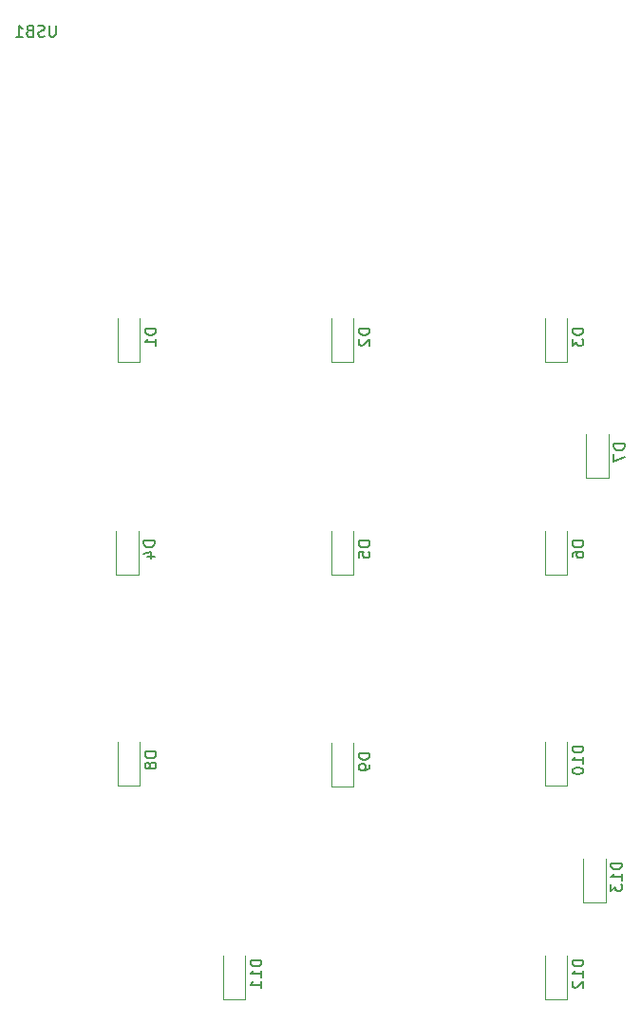
<source format=gbo>
G04 #@! TF.GenerationSoftware,KiCad,Pcbnew,(6.0.5)*
G04 #@! TF.CreationDate,2023-01-08T23:57:36-05:00*
G04 #@! TF.ProjectId,macro-pad-pcb,6d616372-6f2d-4706-9164-2d7063622e6b,rev?*
G04 #@! TF.SameCoordinates,Original*
G04 #@! TF.FileFunction,Legend,Bot*
G04 #@! TF.FilePolarity,Positive*
%FSLAX46Y46*%
G04 Gerber Fmt 4.6, Leading zero omitted, Abs format (unit mm)*
G04 Created by KiCad (PCBNEW (6.0.5)) date 2023-01-08 23:57:36*
%MOMM*%
%LPD*%
G01*
G04 APERTURE LIST*
G04 Aperture macros list*
%AMHorizOval*
0 Thick line with rounded ends*
0 $1 width*
0 $2 $3 position (X,Y) of the first rounded end (center of the circle)*
0 $4 $5 position (X,Y) of the second rounded end (center of the circle)*
0 Add line between two ends*
20,1,$1,$2,$3,$4,$5,0*
0 Add two circle primitives to create the rounded ends*
1,1,$1,$2,$3*
1,1,$1,$4,$5*%
G04 Aperture macros list end*
%ADD10C,0.150000*%
%ADD11C,0.120000*%
%ADD12C,3.987800*%
%ADD13C,1.750000*%
%ADD14C,2.250000*%
%ADD15HorizOval,2.250000X0.655001X0.730000X-0.655001X-0.730000X0*%
%ADD16HorizOval,2.250000X0.020000X0.290000X-0.020000X-0.290000X0*%
%ADD17C,1.905000*%
%ADD18R,1.905000X1.905000*%
%ADD19C,3.048000*%
%ADD20HorizOval,2.250000X-0.730000X0.655001X0.730000X-0.655001X0*%
%ADD21HorizOval,2.250000X-0.290000X0.020000X0.290000X-0.020000X0*%
%ADD22C,2.000000*%
%ADD23C,3.200000*%
%ADD24R,2.000000X2.000000*%
%ADD25R,1.200000X0.900000*%
%ADD26R,0.600000X2.450000*%
%ADD27R,0.300000X2.450000*%
%ADD28C,0.650000*%
G04 APERTURE END LIST*
D10*
G04 #@! TO.C,D13*
X224829380Y-133024714D02*
X223829380Y-133024714D01*
X223829380Y-133262809D01*
X223877000Y-133405666D01*
X223972238Y-133500904D01*
X224067476Y-133548523D01*
X224257952Y-133596142D01*
X224400809Y-133596142D01*
X224591285Y-133548523D01*
X224686523Y-133500904D01*
X224781761Y-133405666D01*
X224829380Y-133262809D01*
X224829380Y-133024714D01*
X224829380Y-134548523D02*
X224829380Y-133977095D01*
X224829380Y-134262809D02*
X223829380Y-134262809D01*
X223972238Y-134167571D01*
X224067476Y-134072333D01*
X224115095Y-133977095D01*
X223829380Y-134881857D02*
X223829380Y-135500904D01*
X224210333Y-135167571D01*
X224210333Y-135310428D01*
X224257952Y-135405666D01*
X224305571Y-135453285D01*
X224400809Y-135500904D01*
X224638904Y-135500904D01*
X224734142Y-135453285D01*
X224781761Y-135405666D01*
X224829380Y-135310428D01*
X224829380Y-135024714D01*
X224781761Y-134929476D01*
X224734142Y-134881857D01*
G04 #@! TO.C,D1*
X183300380Y-85367904D02*
X182300380Y-85367904D01*
X182300380Y-85606000D01*
X182348000Y-85748857D01*
X182443238Y-85844095D01*
X182538476Y-85891714D01*
X182728952Y-85939333D01*
X182871809Y-85939333D01*
X183062285Y-85891714D01*
X183157523Y-85844095D01*
X183252761Y-85748857D01*
X183300380Y-85606000D01*
X183300380Y-85367904D01*
X183300380Y-86891714D02*
X183300380Y-86320285D01*
X183300380Y-86606000D02*
X182300380Y-86606000D01*
X182443238Y-86510761D01*
X182538476Y-86415523D01*
X182586095Y-86320285D01*
G04 #@! TO.C,D5*
X202350380Y-104290904D02*
X201350380Y-104290904D01*
X201350380Y-104529000D01*
X201398000Y-104671857D01*
X201493238Y-104767095D01*
X201588476Y-104814714D01*
X201778952Y-104862333D01*
X201921809Y-104862333D01*
X202112285Y-104814714D01*
X202207523Y-104767095D01*
X202302761Y-104671857D01*
X202350380Y-104529000D01*
X202350380Y-104290904D01*
X201350380Y-105767095D02*
X201350380Y-105290904D01*
X201826571Y-105243285D01*
X201778952Y-105290904D01*
X201731333Y-105386142D01*
X201731333Y-105624238D01*
X201778952Y-105719476D01*
X201826571Y-105767095D01*
X201921809Y-105814714D01*
X202159904Y-105814714D01*
X202255142Y-105767095D01*
X202302761Y-105719476D01*
X202350380Y-105624238D01*
X202350380Y-105386142D01*
X202302761Y-105290904D01*
X202255142Y-105243285D01*
G04 #@! TO.C,D10*
X221400380Y-122610714D02*
X220400380Y-122610714D01*
X220400380Y-122848809D01*
X220448000Y-122991666D01*
X220543238Y-123086904D01*
X220638476Y-123134523D01*
X220828952Y-123182142D01*
X220971809Y-123182142D01*
X221162285Y-123134523D01*
X221257523Y-123086904D01*
X221352761Y-122991666D01*
X221400380Y-122848809D01*
X221400380Y-122610714D01*
X221400380Y-124134523D02*
X221400380Y-123563095D01*
X221400380Y-123848809D02*
X220400380Y-123848809D01*
X220543238Y-123753571D01*
X220638476Y-123658333D01*
X220686095Y-123563095D01*
X220400380Y-124753571D02*
X220400380Y-124848809D01*
X220448000Y-124944047D01*
X220495619Y-124991666D01*
X220590857Y-125039285D01*
X220781333Y-125086904D01*
X221019428Y-125086904D01*
X221209904Y-125039285D01*
X221305142Y-124991666D01*
X221352761Y-124944047D01*
X221400380Y-124848809D01*
X221400380Y-124753571D01*
X221352761Y-124658333D01*
X221305142Y-124610714D01*
X221209904Y-124563095D01*
X221019428Y-124515476D01*
X220781333Y-124515476D01*
X220590857Y-124563095D01*
X220495619Y-124610714D01*
X220448000Y-124658333D01*
X220400380Y-124753571D01*
G04 #@! TO.C,D7*
X225083380Y-95654904D02*
X224083380Y-95654904D01*
X224083380Y-95893000D01*
X224131000Y-96035857D01*
X224226238Y-96131095D01*
X224321476Y-96178714D01*
X224511952Y-96226333D01*
X224654809Y-96226333D01*
X224845285Y-96178714D01*
X224940523Y-96131095D01*
X225035761Y-96035857D01*
X225083380Y-95893000D01*
X225083380Y-95654904D01*
X224083380Y-96559666D02*
X224083380Y-97226333D01*
X225083380Y-96797761D01*
G04 #@! TO.C,D9*
X202350380Y-123213904D02*
X201350380Y-123213904D01*
X201350380Y-123452000D01*
X201398000Y-123594857D01*
X201493238Y-123690095D01*
X201588476Y-123737714D01*
X201778952Y-123785333D01*
X201921809Y-123785333D01*
X202112285Y-123737714D01*
X202207523Y-123690095D01*
X202302761Y-123594857D01*
X202350380Y-123452000D01*
X202350380Y-123213904D01*
X202350380Y-124261523D02*
X202350380Y-124452000D01*
X202302761Y-124547238D01*
X202255142Y-124594857D01*
X202112285Y-124690095D01*
X201921809Y-124737714D01*
X201540857Y-124737714D01*
X201445619Y-124690095D01*
X201398000Y-124642476D01*
X201350380Y-124547238D01*
X201350380Y-124356761D01*
X201398000Y-124261523D01*
X201445619Y-124213904D01*
X201540857Y-124166285D01*
X201778952Y-124166285D01*
X201874190Y-124213904D01*
X201921809Y-124261523D01*
X201969428Y-124356761D01*
X201969428Y-124547238D01*
X201921809Y-124642476D01*
X201874190Y-124690095D01*
X201778952Y-124737714D01*
G04 #@! TO.C,USB1*
X174335095Y-58353380D02*
X174335095Y-59162904D01*
X174287476Y-59258142D01*
X174239857Y-59305761D01*
X174144619Y-59353380D01*
X173954142Y-59353380D01*
X173858904Y-59305761D01*
X173811285Y-59258142D01*
X173763666Y-59162904D01*
X173763666Y-58353380D01*
X173335095Y-59305761D02*
X173192238Y-59353380D01*
X172954142Y-59353380D01*
X172858904Y-59305761D01*
X172811285Y-59258142D01*
X172763666Y-59162904D01*
X172763666Y-59067666D01*
X172811285Y-58972428D01*
X172858904Y-58924809D01*
X172954142Y-58877190D01*
X173144619Y-58829571D01*
X173239857Y-58781952D01*
X173287476Y-58734333D01*
X173335095Y-58639095D01*
X173335095Y-58543857D01*
X173287476Y-58448619D01*
X173239857Y-58401000D01*
X173144619Y-58353380D01*
X172906523Y-58353380D01*
X172763666Y-58401000D01*
X172001761Y-58829571D02*
X171858904Y-58877190D01*
X171811285Y-58924809D01*
X171763666Y-59020047D01*
X171763666Y-59162904D01*
X171811285Y-59258142D01*
X171858904Y-59305761D01*
X171954142Y-59353380D01*
X172335095Y-59353380D01*
X172335095Y-58353380D01*
X172001761Y-58353380D01*
X171906523Y-58401000D01*
X171858904Y-58448619D01*
X171811285Y-58543857D01*
X171811285Y-58639095D01*
X171858904Y-58734333D01*
X171906523Y-58781952D01*
X172001761Y-58829571D01*
X172335095Y-58829571D01*
X170811285Y-59353380D02*
X171382714Y-59353380D01*
X171097000Y-59353380D02*
X171097000Y-58353380D01*
X171192238Y-58496238D01*
X171287476Y-58591476D01*
X171382714Y-58639095D01*
G04 #@! TO.C,D12*
X221400380Y-141660714D02*
X220400380Y-141660714D01*
X220400380Y-141898809D01*
X220448000Y-142041666D01*
X220543238Y-142136904D01*
X220638476Y-142184523D01*
X220828952Y-142232142D01*
X220971809Y-142232142D01*
X221162285Y-142184523D01*
X221257523Y-142136904D01*
X221352761Y-142041666D01*
X221400380Y-141898809D01*
X221400380Y-141660714D01*
X221400380Y-143184523D02*
X221400380Y-142613095D01*
X221400380Y-142898809D02*
X220400380Y-142898809D01*
X220543238Y-142803571D01*
X220638476Y-142708333D01*
X220686095Y-142613095D01*
X220495619Y-143565476D02*
X220448000Y-143613095D01*
X220400380Y-143708333D01*
X220400380Y-143946428D01*
X220448000Y-144041666D01*
X220495619Y-144089285D01*
X220590857Y-144136904D01*
X220686095Y-144136904D01*
X220828952Y-144089285D01*
X221400380Y-143517857D01*
X221400380Y-144136904D01*
G04 #@! TO.C,D8*
X183300380Y-123086904D02*
X182300380Y-123086904D01*
X182300380Y-123325000D01*
X182348000Y-123467857D01*
X182443238Y-123563095D01*
X182538476Y-123610714D01*
X182728952Y-123658333D01*
X182871809Y-123658333D01*
X183062285Y-123610714D01*
X183157523Y-123563095D01*
X183252761Y-123467857D01*
X183300380Y-123325000D01*
X183300380Y-123086904D01*
X182728952Y-124229761D02*
X182681333Y-124134523D01*
X182633714Y-124086904D01*
X182538476Y-124039285D01*
X182490857Y-124039285D01*
X182395619Y-124086904D01*
X182348000Y-124134523D01*
X182300380Y-124229761D01*
X182300380Y-124420238D01*
X182348000Y-124515476D01*
X182395619Y-124563095D01*
X182490857Y-124610714D01*
X182538476Y-124610714D01*
X182633714Y-124563095D01*
X182681333Y-124515476D01*
X182728952Y-124420238D01*
X182728952Y-124229761D01*
X182776571Y-124134523D01*
X182824190Y-124086904D01*
X182919428Y-124039285D01*
X183109904Y-124039285D01*
X183205142Y-124086904D01*
X183252761Y-124134523D01*
X183300380Y-124229761D01*
X183300380Y-124420238D01*
X183252761Y-124515476D01*
X183205142Y-124563095D01*
X183109904Y-124610714D01*
X182919428Y-124610714D01*
X182824190Y-124563095D01*
X182776571Y-124515476D01*
X182728952Y-124420238D01*
G04 #@! TO.C,D11*
X192698380Y-141660714D02*
X191698380Y-141660714D01*
X191698380Y-141898809D01*
X191746000Y-142041666D01*
X191841238Y-142136904D01*
X191936476Y-142184523D01*
X192126952Y-142232142D01*
X192269809Y-142232142D01*
X192460285Y-142184523D01*
X192555523Y-142136904D01*
X192650761Y-142041666D01*
X192698380Y-141898809D01*
X192698380Y-141660714D01*
X192698380Y-143184523D02*
X192698380Y-142613095D01*
X192698380Y-142898809D02*
X191698380Y-142898809D01*
X191841238Y-142803571D01*
X191936476Y-142708333D01*
X191984095Y-142613095D01*
X192698380Y-144136904D02*
X192698380Y-143565476D01*
X192698380Y-143851190D02*
X191698380Y-143851190D01*
X191841238Y-143755952D01*
X191936476Y-143660714D01*
X191984095Y-143565476D01*
G04 #@! TO.C,D2*
X202350380Y-85367904D02*
X201350380Y-85367904D01*
X201350380Y-85606000D01*
X201398000Y-85748857D01*
X201493238Y-85844095D01*
X201588476Y-85891714D01*
X201778952Y-85939333D01*
X201921809Y-85939333D01*
X202112285Y-85891714D01*
X202207523Y-85844095D01*
X202302761Y-85748857D01*
X202350380Y-85606000D01*
X202350380Y-85367904D01*
X201445619Y-86320285D02*
X201398000Y-86367904D01*
X201350380Y-86463142D01*
X201350380Y-86701238D01*
X201398000Y-86796476D01*
X201445619Y-86844095D01*
X201540857Y-86891714D01*
X201636095Y-86891714D01*
X201778952Y-86844095D01*
X202350380Y-86272666D01*
X202350380Y-86891714D01*
G04 #@! TO.C,D4*
X183173380Y-104290904D02*
X182173380Y-104290904D01*
X182173380Y-104529000D01*
X182221000Y-104671857D01*
X182316238Y-104767095D01*
X182411476Y-104814714D01*
X182601952Y-104862333D01*
X182744809Y-104862333D01*
X182935285Y-104814714D01*
X183030523Y-104767095D01*
X183125761Y-104671857D01*
X183173380Y-104529000D01*
X183173380Y-104290904D01*
X182506714Y-105719476D02*
X183173380Y-105719476D01*
X182125761Y-105481380D02*
X182840047Y-105243285D01*
X182840047Y-105862333D01*
G04 #@! TO.C,D6*
X221400380Y-104290904D02*
X220400380Y-104290904D01*
X220400380Y-104529000D01*
X220448000Y-104671857D01*
X220543238Y-104767095D01*
X220638476Y-104814714D01*
X220828952Y-104862333D01*
X220971809Y-104862333D01*
X221162285Y-104814714D01*
X221257523Y-104767095D01*
X221352761Y-104671857D01*
X221400380Y-104529000D01*
X221400380Y-104290904D01*
X220400380Y-105719476D02*
X220400380Y-105529000D01*
X220448000Y-105433761D01*
X220495619Y-105386142D01*
X220638476Y-105290904D01*
X220828952Y-105243285D01*
X221209904Y-105243285D01*
X221305142Y-105290904D01*
X221352761Y-105338523D01*
X221400380Y-105433761D01*
X221400380Y-105624238D01*
X221352761Y-105719476D01*
X221305142Y-105767095D01*
X221209904Y-105814714D01*
X220971809Y-105814714D01*
X220876571Y-105767095D01*
X220828952Y-105719476D01*
X220781333Y-105624238D01*
X220781333Y-105433761D01*
X220828952Y-105338523D01*
X220876571Y-105290904D01*
X220971809Y-105243285D01*
G04 #@! TO.C,D3*
X221400380Y-85367904D02*
X220400380Y-85367904D01*
X220400380Y-85606000D01*
X220448000Y-85748857D01*
X220543238Y-85844095D01*
X220638476Y-85891714D01*
X220828952Y-85939333D01*
X220971809Y-85939333D01*
X221162285Y-85891714D01*
X221257523Y-85844095D01*
X221352761Y-85748857D01*
X221400380Y-85606000D01*
X221400380Y-85367904D01*
X220400380Y-86272666D02*
X220400380Y-86891714D01*
X220781333Y-86558380D01*
X220781333Y-86701238D01*
X220828952Y-86796476D01*
X220876571Y-86844095D01*
X220971809Y-86891714D01*
X221209904Y-86891714D01*
X221305142Y-86844095D01*
X221352761Y-86796476D01*
X221400380Y-86701238D01*
X221400380Y-86415523D01*
X221352761Y-86320285D01*
X221305142Y-86272666D01*
D11*
G04 #@! TO.C,D13*
X223377000Y-136489000D02*
X221377000Y-136489000D01*
X223377000Y-136489000D02*
X223377000Y-132589000D01*
X221377000Y-136489000D02*
X221377000Y-132589000D01*
G04 #@! TO.C,D1*
X179848000Y-88356000D02*
X179848000Y-84456000D01*
X181848000Y-88356000D02*
X179848000Y-88356000D01*
X181848000Y-88356000D02*
X181848000Y-84456000D01*
G04 #@! TO.C,D5*
X198898000Y-107279000D02*
X198898000Y-103379000D01*
X200898000Y-107279000D02*
X198898000Y-107279000D01*
X200898000Y-107279000D02*
X200898000Y-103379000D01*
G04 #@! TO.C,D10*
X219948000Y-126075000D02*
X219948000Y-122175000D01*
X217948000Y-126075000D02*
X217948000Y-122175000D01*
X219948000Y-126075000D02*
X217948000Y-126075000D01*
G04 #@! TO.C,D7*
X223631000Y-98643000D02*
X221631000Y-98643000D01*
X221631000Y-98643000D02*
X221631000Y-94743000D01*
X223631000Y-98643000D02*
X223631000Y-94743000D01*
G04 #@! TO.C,D9*
X200898000Y-126202000D02*
X198898000Y-126202000D01*
X198898000Y-126202000D02*
X198898000Y-122302000D01*
X200898000Y-126202000D02*
X200898000Y-122302000D01*
G04 #@! TO.C,D12*
X217948000Y-145125000D02*
X217948000Y-141225000D01*
X219948000Y-145125000D02*
X217948000Y-145125000D01*
X219948000Y-145125000D02*
X219948000Y-141225000D01*
G04 #@! TO.C,D8*
X181848000Y-126075000D02*
X181848000Y-122175000D01*
X179848000Y-126075000D02*
X179848000Y-122175000D01*
X181848000Y-126075000D02*
X179848000Y-126075000D01*
G04 #@! TO.C,D11*
X191246000Y-145125000D02*
X189246000Y-145125000D01*
X189246000Y-145125000D02*
X189246000Y-141225000D01*
X191246000Y-145125000D02*
X191246000Y-141225000D01*
G04 #@! TO.C,D2*
X200898000Y-88356000D02*
X198898000Y-88356000D01*
X200898000Y-88356000D02*
X200898000Y-84456000D01*
X198898000Y-88356000D02*
X198898000Y-84456000D01*
G04 #@! TO.C,D4*
X181721000Y-107279000D02*
X179721000Y-107279000D01*
X181721000Y-107279000D02*
X181721000Y-103379000D01*
X179721000Y-107279000D02*
X179721000Y-103379000D01*
G04 #@! TO.C,D6*
X219948000Y-107279000D02*
X217948000Y-107279000D01*
X219948000Y-107279000D02*
X219948000Y-103379000D01*
X217948000Y-107279000D02*
X217948000Y-103379000D01*
G04 #@! TO.C,D3*
X219948000Y-88356000D02*
X219948000Y-84456000D01*
X219948000Y-88356000D02*
X217948000Y-88356000D01*
X217948000Y-88356000D02*
X217948000Y-84456000D01*
G04 #@! TD*
%LPC*%
D12*
G04 #@! TO.C,MX4*
X173037500Y-104775000D03*
D13*
X167957500Y-104775000D03*
X178117500Y-104775000D03*
D14*
X170537500Y-100775000D03*
D15*
X169882501Y-101505000D03*
D16*
X175557500Y-99985000D03*
D14*
X175577500Y-99695000D03*
D17*
X171767500Y-109855000D03*
D18*
X174307500Y-109855000D03*
G04 #@! TD*
D12*
G04 #@! TO.C,MX7*
X238442500Y-107188000D03*
D13*
X230187500Y-90170000D03*
X230187500Y-100330000D03*
D19*
X223202500Y-83312000D03*
D12*
X238442500Y-83312000D03*
X230187500Y-95250000D03*
D19*
X223202500Y-107188000D03*
D14*
X226187500Y-97750000D03*
D20*
X226917500Y-98404999D03*
D14*
X225107500Y-92710000D03*
D21*
X225397500Y-92730000D03*
D17*
X235267500Y-96520000D03*
D18*
X235267500Y-93980000D03*
G04 #@! TD*
D12*
G04 #@! TO.C,MX6*
X211137500Y-104775000D03*
D13*
X216217500Y-104775000D03*
X206057500Y-104775000D03*
D14*
X208637500Y-100775000D03*
D15*
X207982501Y-101505000D03*
D16*
X213657500Y-99985000D03*
D14*
X213677500Y-99695000D03*
D17*
X209867500Y-109855000D03*
D18*
X212407500Y-109855000D03*
G04 #@! TD*
D13*
G04 #@! TO.C,MX8*
X167957500Y-123825000D03*
D12*
X173037500Y-123825000D03*
D13*
X178117500Y-123825000D03*
D15*
X169882501Y-120555000D03*
D14*
X170537500Y-119825000D03*
D16*
X175557500Y-119035000D03*
D14*
X175577500Y-118745000D03*
D17*
X171767500Y-128905000D03*
D18*
X174307500Y-128905000D03*
G04 #@! TD*
G04 #@! TO.C,MX5*
X193357500Y-109855000D03*
D17*
X190817500Y-109855000D03*
D14*
X194627500Y-99695000D03*
D16*
X194607500Y-99985000D03*
D15*
X188932501Y-101505000D03*
D14*
X189587500Y-100775000D03*
D13*
X197167500Y-104775000D03*
D12*
X192087500Y-104775000D03*
D13*
X187007500Y-104775000D03*
G04 #@! TD*
D22*
G04 #@! TO.C,SW2*
X236358000Y-62397000D03*
X236358000Y-67397000D03*
D23*
X229358000Y-70497000D03*
X229358000Y-59297000D03*
D22*
X221858000Y-64897000D03*
X221858000Y-67397000D03*
D24*
X221858000Y-62397000D03*
G04 #@! TD*
D19*
G04 #@! TO.C,MX11*
X170624500Y-135890000D03*
D13*
X177482500Y-142875000D03*
D12*
X194500500Y-151130000D03*
D13*
X187642500Y-142875000D03*
D12*
X170624500Y-151130000D03*
X182562500Y-142875000D03*
D19*
X194500500Y-135890000D03*
D14*
X180062500Y-138875000D03*
D15*
X179407501Y-139605000D03*
D14*
X185102500Y-137795000D03*
D16*
X185082500Y-138085000D03*
D17*
X181292500Y-147955000D03*
D18*
X183832500Y-147955000D03*
G04 #@! TD*
D13*
G04 #@! TO.C,MX12*
X206057500Y-142875000D03*
D12*
X211137500Y-142875000D03*
D13*
X216217500Y-142875000D03*
D15*
X207982501Y-139605000D03*
D14*
X208637500Y-138875000D03*
X213677500Y-137795000D03*
D16*
X213657500Y-138085000D03*
D17*
X209867500Y-147955000D03*
D18*
X212407500Y-147955000D03*
G04 #@! TD*
D12*
G04 #@! TO.C,MX13*
X230187500Y-133350000D03*
D13*
X230187500Y-138430000D03*
X230187500Y-128270000D03*
D12*
X238442500Y-145288000D03*
D19*
X223202500Y-145288000D03*
X223202500Y-121412000D03*
D12*
X238442500Y-121412000D03*
D14*
X226187500Y-135850000D03*
D20*
X226917500Y-136504999D03*
D21*
X225397500Y-130830000D03*
D14*
X225107500Y-130810000D03*
D17*
X235267500Y-134620000D03*
D18*
X235267500Y-132080000D03*
G04 #@! TD*
D13*
G04 #@! TO.C,MX9*
X197167500Y-123825000D03*
D12*
X192087500Y-123825000D03*
D13*
X187007500Y-123825000D03*
D15*
X188932501Y-120555000D03*
D14*
X189587500Y-119825000D03*
X194627500Y-118745000D03*
D16*
X194607500Y-119035000D03*
D17*
X190817500Y-128905000D03*
D18*
X193357500Y-128905000D03*
G04 #@! TD*
D13*
G04 #@! TO.C,MX10*
X206057500Y-123825000D03*
X216217500Y-123825000D03*
D12*
X211137500Y-123825000D03*
D15*
X207982501Y-120555000D03*
D14*
X208637500Y-119825000D03*
D16*
X213657500Y-119035000D03*
D14*
X213677500Y-118745000D03*
D17*
X209867500Y-128905000D03*
D18*
X212407500Y-128905000D03*
G04 #@! TD*
D13*
G04 #@! TO.C,MX3*
X216217500Y-85725000D03*
D12*
X211137500Y-85725000D03*
D13*
X206057500Y-85725000D03*
D14*
X208637500Y-81725000D03*
D15*
X207982501Y-82455000D03*
D14*
X213677500Y-80645000D03*
D16*
X213657500Y-80935000D03*
D17*
X209867500Y-90805000D03*
D18*
X212407500Y-90805000D03*
G04 #@! TD*
D12*
G04 #@! TO.C,MX1*
X173037500Y-85725000D03*
D13*
X178117500Y-85725000D03*
X167957500Y-85725000D03*
D15*
X169882501Y-82455000D03*
D14*
X170537500Y-81725000D03*
D16*
X175557500Y-80935000D03*
D14*
X175577500Y-80645000D03*
D17*
X171767500Y-90805000D03*
D18*
X174307500Y-90805000D03*
G04 #@! TD*
D13*
G04 #@! TO.C,MX2*
X187007500Y-85725000D03*
X197167500Y-85725000D03*
D12*
X192087500Y-85725000D03*
D14*
X189587500Y-81725000D03*
D15*
X188932501Y-82455000D03*
D16*
X194607500Y-80935000D03*
D14*
X194627500Y-80645000D03*
D17*
X190817500Y-90805000D03*
D18*
X193357500Y-90805000D03*
G04 #@! TD*
D25*
G04 #@! TO.C,D13*
X222377000Y-135889000D03*
X222377000Y-132589000D03*
G04 #@! TD*
G04 #@! TO.C,D1*
X180848000Y-87756000D03*
X180848000Y-84456000D03*
G04 #@! TD*
G04 #@! TO.C,D5*
X199898000Y-106679000D03*
X199898000Y-103379000D03*
G04 #@! TD*
G04 #@! TO.C,D10*
X218948000Y-125475000D03*
X218948000Y-122175000D03*
G04 #@! TD*
G04 #@! TO.C,D7*
X222631000Y-98043000D03*
X222631000Y-94743000D03*
G04 #@! TD*
G04 #@! TO.C,D9*
X199898000Y-125602000D03*
X199898000Y-122302000D03*
G04 #@! TD*
D26*
G04 #@! TO.C,USB1*
X175822000Y-56896000D03*
X175047000Y-56896000D03*
D27*
X174347000Y-56896000D03*
X173847000Y-56896000D03*
X173347000Y-56896000D03*
X172847000Y-56896000D03*
X172347000Y-56896000D03*
X171847000Y-56896000D03*
X171347000Y-56896000D03*
X170847000Y-56896000D03*
D26*
X170147000Y-56896000D03*
X169372000Y-56896000D03*
D28*
X175487000Y-54951000D03*
X169707000Y-54951000D03*
G04 #@! TD*
D25*
G04 #@! TO.C,D12*
X218948000Y-144525000D03*
X218948000Y-141225000D03*
G04 #@! TD*
G04 #@! TO.C,D8*
X180848000Y-125475000D03*
X180848000Y-122175000D03*
G04 #@! TD*
G04 #@! TO.C,D11*
X190246000Y-144525000D03*
X190246000Y-141225000D03*
G04 #@! TD*
G04 #@! TO.C,D2*
X199898000Y-87756000D03*
X199898000Y-84456000D03*
G04 #@! TD*
G04 #@! TO.C,D4*
X180721000Y-106679000D03*
X180721000Y-103379000D03*
G04 #@! TD*
G04 #@! TO.C,D6*
X218948000Y-106679000D03*
X218948000Y-103379000D03*
G04 #@! TD*
G04 #@! TO.C,D3*
X218948000Y-87756000D03*
X218948000Y-84456000D03*
G04 #@! TD*
M02*

</source>
